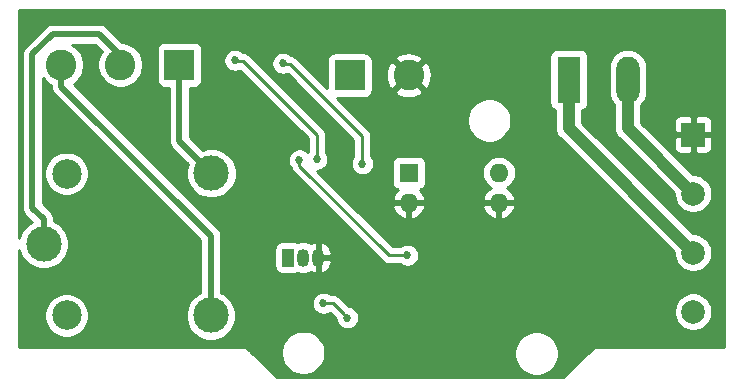
<source format=gbl>
G04 #@! TF.GenerationSoftware,KiCad,Pcbnew,(5.1.2)-1*
G04 #@! TF.CreationDate,2019-07-04T14:52:25+03:00*
G04 #@! TF.ProjectId,Elevator_FirePanel Board,456c6576-6174-46f7-925f-466972655061,rev?*
G04 #@! TF.SameCoordinates,Original*
G04 #@! TF.FileFunction,Copper,L2,Bot*
G04 #@! TF.FilePolarity,Positive*
%FSLAX46Y46*%
G04 Gerber Fmt 4.6, Leading zero omitted, Abs format (unit mm)*
G04 Created by KiCad (PCBNEW (5.1.2)-1) date 2019-07-04 14:52:25*
%MOMM*%
%LPD*%
G04 APERTURE LIST*
%ADD10R,2.600000X2.600000*%
%ADD11C,2.600000*%
%ADD12C,2.500000*%
%ADD13C,3.000000*%
%ADD14O,1.050000X1.500000*%
%ADD15R,1.050000X1.500000*%
%ADD16R,1.600000X1.600000*%
%ADD17O,1.600000X1.600000*%
%ADD18R,1.980000X3.960000*%
%ADD19O,1.980000X3.960000*%
%ADD20C,2.000000*%
%ADD21R,2.000000X2.000000*%
%ADD22C,0.685400*%
%ADD23C,0.254000*%
%ADD24C,0.508000*%
%ADD25C,1.000000*%
G04 APERTURE END LIST*
D10*
X105537000Y-71056500D03*
D11*
X100537000Y-71056500D03*
X95537000Y-71056500D03*
D10*
X119951500Y-71945500D03*
D11*
X124951500Y-71945500D03*
D12*
X95993500Y-92283000D03*
D13*
X108193500Y-92283000D03*
X108243500Y-80233000D03*
D12*
X95993500Y-80283000D03*
D13*
X94043500Y-86233000D03*
D14*
X116014500Y-87376000D03*
X117284500Y-87376000D03*
D15*
X114744500Y-87376000D03*
D16*
X124968000Y-80200500D03*
D17*
X132588000Y-82740500D03*
X124968000Y-82740500D03*
X132588000Y-80200500D03*
D18*
X138493500Y-72326500D03*
D19*
X143493500Y-72326500D03*
D20*
X149034500Y-91962000D03*
X149034500Y-86962000D03*
X149034500Y-81962000D03*
D21*
X149034500Y-76962000D03*
D22*
X120904000Y-87630000D03*
X128460500Y-87122000D03*
X108839000Y-70104000D03*
X117729000Y-91249500D03*
X119761000Y-92456010D03*
X115697000Y-79121000D03*
X124841000Y-87185500D03*
X121031000Y-79438500D03*
X114300000Y-70929500D03*
X117157500Y-79057500D03*
X110236000Y-70675500D03*
D23*
X117729000Y-91249500D02*
X118554490Y-91249500D01*
X119418301Y-92113311D02*
X119761000Y-92456010D01*
X118554490Y-91249500D02*
X119418301Y-92113311D01*
D24*
X105537000Y-77526500D02*
X108243500Y-80233000D01*
X105537000Y-71056500D02*
X105537000Y-77526500D01*
X100537000Y-70247500D02*
X100537000Y-71056500D01*
X94043500Y-84111680D02*
X93091000Y-83159180D01*
X94043500Y-86233000D02*
X94043500Y-84111680D01*
X93091000Y-70167500D02*
X94805500Y-68453000D01*
X93091000Y-83159180D02*
X93091000Y-70167500D01*
X94805500Y-68453000D02*
X98742500Y-68453000D01*
X98742500Y-68453000D02*
X100537000Y-70247500D01*
X108193500Y-90161680D02*
X108193500Y-92283000D01*
X108193500Y-85551477D02*
X108193500Y-90161680D01*
X95537000Y-72894977D02*
X108193500Y-85551477D01*
X95537000Y-71056500D02*
X95537000Y-72894977D01*
D23*
X124356350Y-87185500D02*
X124841000Y-87185500D01*
X123276850Y-87185500D02*
X124356350Y-87185500D01*
X115697000Y-79121000D02*
X115697000Y-79605650D01*
X115697000Y-79605650D02*
X123276850Y-87185500D01*
X114363500Y-70993000D02*
X114300000Y-70929500D01*
X114935000Y-70993000D02*
X114363500Y-70993000D01*
X121031000Y-79438500D02*
X121031000Y-77089000D01*
X121031000Y-77089000D02*
X114935000Y-70993000D01*
X110299500Y-70739000D02*
X110236000Y-70675500D01*
X110934500Y-70739000D02*
X110299500Y-70739000D01*
X117157500Y-79057500D02*
X117157500Y-76962000D01*
X117157500Y-76962000D02*
X110934500Y-70739000D01*
D25*
X138493500Y-76421000D02*
X149034500Y-86962000D01*
X138493500Y-72326500D02*
X138493500Y-76421000D01*
X143493500Y-76421000D02*
X149034500Y-81962000D01*
X143493500Y-72326500D02*
X143493500Y-76421000D01*
D23*
G36*
X151613001Y-94971000D02*
G01*
X140875408Y-94971000D01*
X140842999Y-94967808D01*
X140810590Y-94971000D01*
X140810581Y-94971000D01*
X140713617Y-94980550D01*
X140589207Y-95018290D01*
X140474550Y-95079575D01*
X140374052Y-95162052D01*
X140353388Y-95187231D01*
X138029620Y-97511000D01*
X113811381Y-97511000D01*
X111555225Y-95254844D01*
X114129500Y-95254844D01*
X114129500Y-95626156D01*
X114201939Y-95990334D01*
X114344034Y-96333382D01*
X114550325Y-96642118D01*
X114812882Y-96904675D01*
X115121618Y-97110966D01*
X115464666Y-97253061D01*
X115828844Y-97325500D01*
X116200156Y-97325500D01*
X116564334Y-97253061D01*
X116907382Y-97110966D01*
X117216118Y-96904675D01*
X117478675Y-96642118D01*
X117684966Y-96333382D01*
X117827061Y-95990334D01*
X117899500Y-95626156D01*
X117899500Y-95318344D01*
X133878000Y-95318344D01*
X133878000Y-95689656D01*
X133950439Y-96053834D01*
X134092534Y-96396882D01*
X134298825Y-96705618D01*
X134561382Y-96968175D01*
X134870118Y-97174466D01*
X135213166Y-97316561D01*
X135577344Y-97389000D01*
X135948656Y-97389000D01*
X136312834Y-97316561D01*
X136655882Y-97174466D01*
X136964618Y-96968175D01*
X137227175Y-96705618D01*
X137433466Y-96396882D01*
X137575561Y-96053834D01*
X137648000Y-95689656D01*
X137648000Y-95318344D01*
X137575561Y-94954166D01*
X137433466Y-94611118D01*
X137227175Y-94302382D01*
X136964618Y-94039825D01*
X136655882Y-93833534D01*
X136312834Y-93691439D01*
X135948656Y-93619000D01*
X135577344Y-93619000D01*
X135213166Y-93691439D01*
X134870118Y-93833534D01*
X134561382Y-94039825D01*
X134298825Y-94302382D01*
X134092534Y-94611118D01*
X133950439Y-94954166D01*
X133878000Y-95318344D01*
X117899500Y-95318344D01*
X117899500Y-95254844D01*
X117827061Y-94890666D01*
X117684966Y-94547618D01*
X117478675Y-94238882D01*
X117216118Y-93976325D01*
X116907382Y-93770034D01*
X116564334Y-93627939D01*
X116200156Y-93555500D01*
X115828844Y-93555500D01*
X115464666Y-93627939D01*
X115121618Y-93770034D01*
X114812882Y-93976325D01*
X114550325Y-94238882D01*
X114344034Y-94547618D01*
X114201939Y-94890666D01*
X114129500Y-95254844D01*
X111555225Y-95254844D01*
X111487616Y-95187236D01*
X111466948Y-95162052D01*
X111366450Y-95079575D01*
X111251793Y-95018290D01*
X111127383Y-94980550D01*
X111030419Y-94971000D01*
X111030409Y-94971000D01*
X110998000Y-94967808D01*
X110965591Y-94971000D01*
X91973000Y-94971000D01*
X91973000Y-92097344D01*
X94108500Y-92097344D01*
X94108500Y-92468656D01*
X94180939Y-92832834D01*
X94323034Y-93175882D01*
X94529325Y-93484618D01*
X94791882Y-93747175D01*
X95100618Y-93953466D01*
X95443666Y-94095561D01*
X95807844Y-94168000D01*
X96179156Y-94168000D01*
X96543334Y-94095561D01*
X96886382Y-93953466D01*
X97195118Y-93747175D01*
X97457675Y-93484618D01*
X97663966Y-93175882D01*
X97806061Y-92832834D01*
X97878500Y-92468656D01*
X97878500Y-92097344D01*
X97806061Y-91733166D01*
X97663966Y-91390118D01*
X97457675Y-91081382D01*
X97195118Y-90818825D01*
X96886382Y-90612534D01*
X96543334Y-90470439D01*
X96179156Y-90398000D01*
X95807844Y-90398000D01*
X95443666Y-90470439D01*
X95100618Y-90612534D01*
X94791882Y-90818825D01*
X94529325Y-91081382D01*
X94323034Y-91390118D01*
X94180939Y-91733166D01*
X94108500Y-92097344D01*
X91973000Y-92097344D01*
X91973000Y-86767542D01*
X91990547Y-86855756D01*
X92151488Y-87244302D01*
X92385137Y-87593983D01*
X92682517Y-87891363D01*
X93032198Y-88125012D01*
X93420744Y-88285953D01*
X93833221Y-88368000D01*
X94253779Y-88368000D01*
X94666256Y-88285953D01*
X95054802Y-88125012D01*
X95404483Y-87891363D01*
X95701863Y-87593983D01*
X95935512Y-87244302D01*
X96096453Y-86855756D01*
X96178500Y-86443279D01*
X96178500Y-86022721D01*
X96096453Y-85610244D01*
X95935512Y-85221698D01*
X95701863Y-84872017D01*
X95404483Y-84574637D01*
X95054802Y-84340988D01*
X94932500Y-84290329D01*
X94932500Y-84155339D01*
X94936800Y-84111679D01*
X94932500Y-84068019D01*
X94932500Y-84068013D01*
X94919636Y-83937406D01*
X94919636Y-83937404D01*
X94868802Y-83769827D01*
X94861903Y-83756920D01*
X94786253Y-83615389D01*
X94675159Y-83480021D01*
X94641236Y-83452181D01*
X93980000Y-82790945D01*
X93980000Y-80097344D01*
X94108500Y-80097344D01*
X94108500Y-80468656D01*
X94180939Y-80832834D01*
X94323034Y-81175882D01*
X94529325Y-81484618D01*
X94791882Y-81747175D01*
X95100618Y-81953466D01*
X95443666Y-82095561D01*
X95807844Y-82168000D01*
X96179156Y-82168000D01*
X96543334Y-82095561D01*
X96886382Y-81953466D01*
X97195118Y-81747175D01*
X97457675Y-81484618D01*
X97663966Y-81175882D01*
X97806061Y-80832834D01*
X97878500Y-80468656D01*
X97878500Y-80097344D01*
X97806061Y-79733166D01*
X97663966Y-79390118D01*
X97457675Y-79081382D01*
X97195118Y-78818825D01*
X96886382Y-78612534D01*
X96543334Y-78470439D01*
X96179156Y-78398000D01*
X95807844Y-78398000D01*
X95443666Y-78470439D01*
X95100618Y-78612534D01*
X94791882Y-78818825D01*
X94529325Y-79081382D01*
X94323034Y-79390118D01*
X94180939Y-79733166D01*
X94108500Y-80097344D01*
X93980000Y-80097344D01*
X93980000Y-72209194D01*
X94033987Y-72289991D01*
X94303509Y-72559513D01*
X94620434Y-72771275D01*
X94648001Y-72782694D01*
X94648001Y-72851307D01*
X94643700Y-72894977D01*
X94660864Y-73069251D01*
X94711698Y-73236829D01*
X94716333Y-73245500D01*
X94794248Y-73391268D01*
X94905342Y-73526636D01*
X94939259Y-73554471D01*
X107304500Y-85919713D01*
X107304501Y-90118004D01*
X107304500Y-90118014D01*
X107304500Y-90340329D01*
X107182198Y-90390988D01*
X106832517Y-90624637D01*
X106535137Y-90922017D01*
X106301488Y-91271698D01*
X106140547Y-91660244D01*
X106058500Y-92072721D01*
X106058500Y-92493279D01*
X106140547Y-92905756D01*
X106301488Y-93294302D01*
X106535137Y-93643983D01*
X106832517Y-93941363D01*
X107182198Y-94175012D01*
X107570744Y-94335953D01*
X107983221Y-94418000D01*
X108403779Y-94418000D01*
X108816256Y-94335953D01*
X109204802Y-94175012D01*
X109554483Y-93941363D01*
X109851863Y-93643983D01*
X110085512Y-93294302D01*
X110246453Y-92905756D01*
X110328500Y-92493279D01*
X110328500Y-92072721D01*
X110246453Y-91660244D01*
X110085512Y-91271698D01*
X110006338Y-91153205D01*
X116751300Y-91153205D01*
X116751300Y-91345795D01*
X116788872Y-91534685D01*
X116862573Y-91712615D01*
X116969571Y-91872748D01*
X117105752Y-92008929D01*
X117265885Y-92115927D01*
X117443815Y-92189628D01*
X117632705Y-92227200D01*
X117825295Y-92227200D01*
X118014185Y-92189628D01*
X118192115Y-92115927D01*
X118282736Y-92055376D01*
X118784203Y-92556844D01*
X118820872Y-92741195D01*
X118894573Y-92919125D01*
X119001571Y-93079258D01*
X119137752Y-93215439D01*
X119297885Y-93322437D01*
X119475815Y-93396138D01*
X119664705Y-93433710D01*
X119857295Y-93433710D01*
X120046185Y-93396138D01*
X120224115Y-93322437D01*
X120384248Y-93215439D01*
X120520429Y-93079258D01*
X120627427Y-92919125D01*
X120701128Y-92741195D01*
X120738700Y-92552305D01*
X120738700Y-92359715D01*
X120701128Y-92170825D01*
X120627427Y-91992895D01*
X120520429Y-91832762D01*
X120488634Y-91800967D01*
X147399500Y-91800967D01*
X147399500Y-92123033D01*
X147462332Y-92438912D01*
X147585582Y-92736463D01*
X147764513Y-93004252D01*
X147992248Y-93231987D01*
X148260037Y-93410918D01*
X148557588Y-93534168D01*
X148873467Y-93597000D01*
X149195533Y-93597000D01*
X149511412Y-93534168D01*
X149808963Y-93410918D01*
X150076752Y-93231987D01*
X150304487Y-93004252D01*
X150483418Y-92736463D01*
X150606668Y-92438912D01*
X150669500Y-92123033D01*
X150669500Y-91800967D01*
X150606668Y-91485088D01*
X150483418Y-91187537D01*
X150304487Y-90919748D01*
X150076752Y-90692013D01*
X149808963Y-90513082D01*
X149511412Y-90389832D01*
X149195533Y-90327000D01*
X148873467Y-90327000D01*
X148557588Y-90389832D01*
X148260037Y-90513082D01*
X147992248Y-90692013D01*
X147764513Y-90919748D01*
X147585582Y-91187537D01*
X147462332Y-91485088D01*
X147399500Y-91800967D01*
X120488634Y-91800967D01*
X120384248Y-91696581D01*
X120224115Y-91589583D01*
X120046185Y-91515882D01*
X119861834Y-91479213D01*
X119119774Y-90737153D01*
X119095912Y-90708078D01*
X118979882Y-90612855D01*
X118847505Y-90542098D01*
X118703868Y-90498526D01*
X118591916Y-90487500D01*
X118591913Y-90487500D01*
X118554490Y-90483814D01*
X118517067Y-90487500D01*
X118348400Y-90487500D01*
X118192115Y-90383073D01*
X118014185Y-90309372D01*
X117825295Y-90271800D01*
X117632705Y-90271800D01*
X117443815Y-90309372D01*
X117265885Y-90383073D01*
X117105752Y-90490071D01*
X116969571Y-90626252D01*
X116862573Y-90786385D01*
X116788872Y-90964315D01*
X116751300Y-91153205D01*
X110006338Y-91153205D01*
X109851863Y-90922017D01*
X109554483Y-90624637D01*
X109204802Y-90390988D01*
X109082500Y-90340329D01*
X109082500Y-86626000D01*
X113581428Y-86626000D01*
X113581428Y-88126000D01*
X113593688Y-88250482D01*
X113629998Y-88370180D01*
X113688963Y-88480494D01*
X113768315Y-88577185D01*
X113865006Y-88656537D01*
X113975320Y-88715502D01*
X114095018Y-88751812D01*
X114219500Y-88764072D01*
X115269500Y-88764072D01*
X115393982Y-88751812D01*
X115513680Y-88715502D01*
X115578402Y-88680907D01*
X115787101Y-88744215D01*
X116014500Y-88766612D01*
X116241900Y-88744215D01*
X116460560Y-88677885D01*
X116649169Y-88577071D01*
X116707618Y-88618275D01*
X116917163Y-88711272D01*
X116978690Y-88719964D01*
X117157500Y-88594163D01*
X117157500Y-87829108D01*
X117157715Y-87828399D01*
X117174500Y-87657978D01*
X117174500Y-87503000D01*
X117411500Y-87503000D01*
X117411500Y-88594163D01*
X117590310Y-88719964D01*
X117651837Y-88711272D01*
X117861382Y-88618275D01*
X118048758Y-88486184D01*
X118206764Y-88320076D01*
X118329328Y-88126334D01*
X118411739Y-87912404D01*
X118450831Y-87686507D01*
X118291098Y-87503000D01*
X117411500Y-87503000D01*
X117174500Y-87503000D01*
X117174500Y-87094021D01*
X117157715Y-86923600D01*
X117157500Y-86922891D01*
X117157500Y-86157837D01*
X117411500Y-86157837D01*
X117411500Y-87249000D01*
X118291098Y-87249000D01*
X118450831Y-87065493D01*
X118411739Y-86839596D01*
X118329328Y-86625666D01*
X118206764Y-86431924D01*
X118048758Y-86265816D01*
X117861382Y-86133725D01*
X117651837Y-86040728D01*
X117590310Y-86032036D01*
X117411500Y-86157837D01*
X117157500Y-86157837D01*
X116978690Y-86032036D01*
X116917163Y-86040728D01*
X116707618Y-86133725D01*
X116649169Y-86174929D01*
X116460559Y-86074115D01*
X116241899Y-86007785D01*
X116014500Y-85985388D01*
X115787100Y-86007785D01*
X115578402Y-86071093D01*
X115513680Y-86036498D01*
X115393982Y-86000188D01*
X115269500Y-85987928D01*
X114219500Y-85987928D01*
X114095018Y-86000188D01*
X113975320Y-86036498D01*
X113865006Y-86095463D01*
X113768315Y-86174815D01*
X113688963Y-86271506D01*
X113629998Y-86381820D01*
X113593688Y-86501518D01*
X113581428Y-86626000D01*
X109082500Y-86626000D01*
X109082500Y-85595137D01*
X109086800Y-85551477D01*
X109082500Y-85507817D01*
X109082500Y-85507810D01*
X109069636Y-85377203D01*
X109018803Y-85209626D01*
X108936253Y-85055186D01*
X108825159Y-84919818D01*
X108791243Y-84891984D01*
X96583628Y-72684370D01*
X96770491Y-72559513D01*
X97040013Y-72289991D01*
X97251775Y-71973066D01*
X97397639Y-71620919D01*
X97472000Y-71247081D01*
X97472000Y-70865919D01*
X97397639Y-70492081D01*
X97251775Y-70139934D01*
X97040013Y-69823009D01*
X96770491Y-69553487D01*
X96453978Y-69342000D01*
X98374265Y-69342000D01*
X98962405Y-69930140D01*
X98822225Y-70139934D01*
X98676361Y-70492081D01*
X98602000Y-70865919D01*
X98602000Y-71247081D01*
X98676361Y-71620919D01*
X98822225Y-71973066D01*
X99033987Y-72289991D01*
X99303509Y-72559513D01*
X99620434Y-72771275D01*
X99972581Y-72917139D01*
X100346419Y-72991500D01*
X100727581Y-72991500D01*
X101101419Y-72917139D01*
X101453566Y-72771275D01*
X101770491Y-72559513D01*
X102040013Y-72289991D01*
X102251775Y-71973066D01*
X102397639Y-71620919D01*
X102472000Y-71247081D01*
X102472000Y-70865919D01*
X102397639Y-70492081D01*
X102251775Y-70139934D01*
X102040013Y-69823009D01*
X101973504Y-69756500D01*
X103598928Y-69756500D01*
X103598928Y-72356500D01*
X103611188Y-72480982D01*
X103647498Y-72600680D01*
X103706463Y-72710994D01*
X103785815Y-72807685D01*
X103882506Y-72887037D01*
X103992820Y-72946002D01*
X104112518Y-72982312D01*
X104237000Y-72994572D01*
X104648000Y-72994572D01*
X104648001Y-77482830D01*
X104643700Y-77526500D01*
X104660864Y-77700774D01*
X104711698Y-77868352D01*
X104794248Y-78022791D01*
X104855971Y-78098000D01*
X104905342Y-78158159D01*
X104939259Y-78185994D01*
X106241206Y-79487942D01*
X106190547Y-79610244D01*
X106108500Y-80022721D01*
X106108500Y-80443279D01*
X106190547Y-80855756D01*
X106351488Y-81244302D01*
X106585137Y-81593983D01*
X106882517Y-81891363D01*
X107232198Y-82125012D01*
X107620744Y-82285953D01*
X108033221Y-82368000D01*
X108453779Y-82368000D01*
X108866256Y-82285953D01*
X109254802Y-82125012D01*
X109604483Y-81891363D01*
X109901863Y-81593983D01*
X110135512Y-81244302D01*
X110296453Y-80855756D01*
X110378500Y-80443279D01*
X110378500Y-80022721D01*
X110296453Y-79610244D01*
X110135512Y-79221698D01*
X109901863Y-78872017D01*
X109604483Y-78574637D01*
X109254802Y-78340988D01*
X108866256Y-78180047D01*
X108453779Y-78098000D01*
X108033221Y-78098000D01*
X107620744Y-78180047D01*
X107498442Y-78230706D01*
X106426000Y-77158265D01*
X106426000Y-72994572D01*
X106837000Y-72994572D01*
X106961482Y-72982312D01*
X107081180Y-72946002D01*
X107191494Y-72887037D01*
X107288185Y-72807685D01*
X107367537Y-72710994D01*
X107426502Y-72600680D01*
X107462812Y-72480982D01*
X107475072Y-72356500D01*
X107475072Y-70579205D01*
X109258300Y-70579205D01*
X109258300Y-70771795D01*
X109295872Y-70960685D01*
X109369573Y-71138615D01*
X109476571Y-71298748D01*
X109612752Y-71434929D01*
X109772885Y-71541927D01*
X109950815Y-71615628D01*
X110139705Y-71653200D01*
X110332295Y-71653200D01*
X110521185Y-71615628D01*
X110671313Y-71553443D01*
X116395501Y-77277632D01*
X116395500Y-78436823D01*
X116320248Y-78361571D01*
X116160115Y-78254573D01*
X115982185Y-78180872D01*
X115793295Y-78143300D01*
X115600705Y-78143300D01*
X115411815Y-78180872D01*
X115233885Y-78254573D01*
X115073752Y-78361571D01*
X114937571Y-78497752D01*
X114830573Y-78657885D01*
X114756872Y-78835815D01*
X114719300Y-79024705D01*
X114719300Y-79217295D01*
X114756872Y-79406185D01*
X114830573Y-79584115D01*
X114937571Y-79744248D01*
X114945772Y-79752449D01*
X114946026Y-79755028D01*
X114989598Y-79898665D01*
X115060355Y-80031042D01*
X115155579Y-80147072D01*
X115184649Y-80170929D01*
X122711566Y-87697846D01*
X122735428Y-87726922D01*
X122786028Y-87768448D01*
X122851457Y-87822145D01*
X122922214Y-87859965D01*
X122983835Y-87892902D01*
X123127472Y-87936474D01*
X123239424Y-87947500D01*
X123239427Y-87947500D01*
X123276850Y-87951186D01*
X123314273Y-87947500D01*
X124221600Y-87947500D01*
X124377885Y-88051927D01*
X124555815Y-88125628D01*
X124744705Y-88163200D01*
X124937295Y-88163200D01*
X125126185Y-88125628D01*
X125304115Y-88051927D01*
X125464248Y-87944929D01*
X125600429Y-87808748D01*
X125707427Y-87648615D01*
X125781128Y-87470685D01*
X125818700Y-87281795D01*
X125818700Y-87089205D01*
X125781128Y-86900315D01*
X125707427Y-86722385D01*
X125600429Y-86562252D01*
X125464248Y-86426071D01*
X125304115Y-86319073D01*
X125126185Y-86245372D01*
X124937295Y-86207800D01*
X124744705Y-86207800D01*
X124555815Y-86245372D01*
X124377885Y-86319073D01*
X124221600Y-86423500D01*
X123592480Y-86423500D01*
X120258519Y-83089539D01*
X123576096Y-83089539D01*
X123616754Y-83223587D01*
X123736963Y-83477920D01*
X123904481Y-83703914D01*
X124112869Y-83892885D01*
X124354119Y-84037570D01*
X124618960Y-84132409D01*
X124841000Y-84011124D01*
X124841000Y-82867500D01*
X125095000Y-82867500D01*
X125095000Y-84011124D01*
X125317040Y-84132409D01*
X125581881Y-84037570D01*
X125823131Y-83892885D01*
X126031519Y-83703914D01*
X126199037Y-83477920D01*
X126319246Y-83223587D01*
X126359904Y-83089539D01*
X131196096Y-83089539D01*
X131236754Y-83223587D01*
X131356963Y-83477920D01*
X131524481Y-83703914D01*
X131732869Y-83892885D01*
X131974119Y-84037570D01*
X132238960Y-84132409D01*
X132461000Y-84011124D01*
X132461000Y-82867500D01*
X132715000Y-82867500D01*
X132715000Y-84011124D01*
X132937040Y-84132409D01*
X133201881Y-84037570D01*
X133443131Y-83892885D01*
X133651519Y-83703914D01*
X133819037Y-83477920D01*
X133939246Y-83223587D01*
X133979904Y-83089539D01*
X133857915Y-82867500D01*
X132715000Y-82867500D01*
X132461000Y-82867500D01*
X131318085Y-82867500D01*
X131196096Y-83089539D01*
X126359904Y-83089539D01*
X126237915Y-82867500D01*
X125095000Y-82867500D01*
X124841000Y-82867500D01*
X123698085Y-82867500D01*
X123576096Y-83089539D01*
X120258519Y-83089539D01*
X117204180Y-80035200D01*
X117253795Y-80035200D01*
X117442685Y-79997628D01*
X117620615Y-79923927D01*
X117780748Y-79816929D01*
X117916929Y-79680748D01*
X118023927Y-79520615D01*
X118097628Y-79342685D01*
X118135200Y-79153795D01*
X118135200Y-78961205D01*
X118097628Y-78772315D01*
X118023927Y-78594385D01*
X117919500Y-78438100D01*
X117919500Y-76999423D01*
X117923186Y-76962000D01*
X117919500Y-76924574D01*
X117908474Y-76812622D01*
X117864902Y-76668985D01*
X117800009Y-76547578D01*
X117794145Y-76536607D01*
X117722779Y-76449648D01*
X117698922Y-76420578D01*
X117669852Y-76396721D01*
X112106336Y-70833205D01*
X113322300Y-70833205D01*
X113322300Y-71025795D01*
X113359872Y-71214685D01*
X113433573Y-71392615D01*
X113540571Y-71552748D01*
X113676752Y-71688929D01*
X113836885Y-71795927D01*
X114014815Y-71869628D01*
X114203705Y-71907200D01*
X114396295Y-71907200D01*
X114585185Y-71869628D01*
X114690412Y-71826042D01*
X120269001Y-77404632D01*
X120269000Y-78819099D01*
X120164573Y-78975385D01*
X120090872Y-79153315D01*
X120053300Y-79342205D01*
X120053300Y-79534795D01*
X120090872Y-79723685D01*
X120164573Y-79901615D01*
X120271571Y-80061748D01*
X120407752Y-80197929D01*
X120567885Y-80304927D01*
X120745815Y-80378628D01*
X120934705Y-80416200D01*
X121127295Y-80416200D01*
X121316185Y-80378628D01*
X121494115Y-80304927D01*
X121654248Y-80197929D01*
X121790429Y-80061748D01*
X121897427Y-79901615D01*
X121971128Y-79723685D01*
X122008700Y-79534795D01*
X122008700Y-79400500D01*
X123529928Y-79400500D01*
X123529928Y-81000500D01*
X123542188Y-81124982D01*
X123578498Y-81244680D01*
X123637463Y-81354994D01*
X123716815Y-81451685D01*
X123813506Y-81531037D01*
X123923820Y-81590002D01*
X124043518Y-81626312D01*
X124068080Y-81628731D01*
X123904481Y-81777086D01*
X123736963Y-82003080D01*
X123616754Y-82257413D01*
X123576096Y-82391461D01*
X123698085Y-82613500D01*
X124841000Y-82613500D01*
X124841000Y-82593500D01*
X125095000Y-82593500D01*
X125095000Y-82613500D01*
X126237915Y-82613500D01*
X126359904Y-82391461D01*
X126319246Y-82257413D01*
X126199037Y-82003080D01*
X126031519Y-81777086D01*
X125867920Y-81628731D01*
X125892482Y-81626312D01*
X126012180Y-81590002D01*
X126122494Y-81531037D01*
X126219185Y-81451685D01*
X126298537Y-81354994D01*
X126357502Y-81244680D01*
X126393812Y-81124982D01*
X126406072Y-81000500D01*
X126406072Y-80200500D01*
X131146057Y-80200500D01*
X131173764Y-80481809D01*
X131255818Y-80752308D01*
X131389068Y-81001601D01*
X131568392Y-81220108D01*
X131786899Y-81399432D01*
X131924682Y-81473079D01*
X131732869Y-81588115D01*
X131524481Y-81777086D01*
X131356963Y-82003080D01*
X131236754Y-82257413D01*
X131196096Y-82391461D01*
X131318085Y-82613500D01*
X132461000Y-82613500D01*
X132461000Y-82593500D01*
X132715000Y-82593500D01*
X132715000Y-82613500D01*
X133857915Y-82613500D01*
X133979904Y-82391461D01*
X133939246Y-82257413D01*
X133819037Y-82003080D01*
X133651519Y-81777086D01*
X133443131Y-81588115D01*
X133251318Y-81473079D01*
X133389101Y-81399432D01*
X133607608Y-81220108D01*
X133786932Y-81001601D01*
X133920182Y-80752308D01*
X134002236Y-80481809D01*
X134029943Y-80200500D01*
X134002236Y-79919191D01*
X133920182Y-79648692D01*
X133786932Y-79399399D01*
X133607608Y-79180892D01*
X133389101Y-79001568D01*
X133139808Y-78868318D01*
X132869309Y-78786264D01*
X132658492Y-78765500D01*
X132517508Y-78765500D01*
X132306691Y-78786264D01*
X132036192Y-78868318D01*
X131786899Y-79001568D01*
X131568392Y-79180892D01*
X131389068Y-79399399D01*
X131255818Y-79648692D01*
X131173764Y-79919191D01*
X131146057Y-80200500D01*
X126406072Y-80200500D01*
X126406072Y-79400500D01*
X126393812Y-79276018D01*
X126357502Y-79156320D01*
X126298537Y-79046006D01*
X126219185Y-78949315D01*
X126122494Y-78869963D01*
X126012180Y-78810998D01*
X125892482Y-78774688D01*
X125768000Y-78762428D01*
X124168000Y-78762428D01*
X124043518Y-78774688D01*
X123923820Y-78810998D01*
X123813506Y-78869963D01*
X123716815Y-78949315D01*
X123637463Y-79046006D01*
X123578498Y-79156320D01*
X123542188Y-79276018D01*
X123529928Y-79400500D01*
X122008700Y-79400500D01*
X122008700Y-79342205D01*
X121971128Y-79153315D01*
X121897427Y-78975385D01*
X121793000Y-78819100D01*
X121793000Y-77126423D01*
X121796686Y-77089000D01*
X121793000Y-77051574D01*
X121781974Y-76939622D01*
X121738402Y-76795985D01*
X121705465Y-76734364D01*
X121667645Y-76663607D01*
X121596279Y-76576648D01*
X121572422Y-76547578D01*
X121543352Y-76523721D01*
X120589475Y-75569844D01*
X129877500Y-75569844D01*
X129877500Y-75941156D01*
X129949939Y-76305334D01*
X130092034Y-76648382D01*
X130298325Y-76957118D01*
X130560882Y-77219675D01*
X130869618Y-77425966D01*
X131212666Y-77568061D01*
X131576844Y-77640500D01*
X131948156Y-77640500D01*
X132312334Y-77568061D01*
X132655382Y-77425966D01*
X132964118Y-77219675D01*
X133226675Y-76957118D01*
X133432966Y-76648382D01*
X133575061Y-76305334D01*
X133647500Y-75941156D01*
X133647500Y-75569844D01*
X133575061Y-75205666D01*
X133432966Y-74862618D01*
X133226675Y-74553882D01*
X132964118Y-74291325D01*
X132655382Y-74085034D01*
X132312334Y-73942939D01*
X131948156Y-73870500D01*
X131576844Y-73870500D01*
X131212666Y-73942939D01*
X130869618Y-74085034D01*
X130560882Y-74291325D01*
X130298325Y-74553882D01*
X130092034Y-74862618D01*
X129949939Y-75205666D01*
X129877500Y-75569844D01*
X120589475Y-75569844D01*
X118903203Y-73883572D01*
X121251500Y-73883572D01*
X121375982Y-73871312D01*
X121495680Y-73835002D01*
X121605994Y-73776037D01*
X121702685Y-73696685D01*
X121782037Y-73599994D01*
X121841002Y-73489680D01*
X121877312Y-73369982D01*
X121884724Y-73294724D01*
X123781881Y-73294724D01*
X123913817Y-73589812D01*
X124254545Y-73760659D01*
X124622057Y-73861750D01*
X125002229Y-73889201D01*
X125380451Y-73841957D01*
X125742190Y-73721833D01*
X125989183Y-73589812D01*
X126121119Y-73294724D01*
X124951500Y-72125105D01*
X123781881Y-73294724D01*
X121884724Y-73294724D01*
X121889572Y-73245500D01*
X121889572Y-71996229D01*
X123007799Y-71996229D01*
X123055043Y-72374451D01*
X123175167Y-72736190D01*
X123307188Y-72983183D01*
X123602276Y-73115119D01*
X124771895Y-71945500D01*
X125131105Y-71945500D01*
X126300724Y-73115119D01*
X126595812Y-72983183D01*
X126766659Y-72642455D01*
X126867750Y-72274943D01*
X126895201Y-71894771D01*
X126847957Y-71516549D01*
X126727833Y-71154810D01*
X126595812Y-70907817D01*
X126300724Y-70775881D01*
X125131105Y-71945500D01*
X124771895Y-71945500D01*
X123602276Y-70775881D01*
X123307188Y-70907817D01*
X123136341Y-71248545D01*
X123035250Y-71616057D01*
X123007799Y-71996229D01*
X121889572Y-71996229D01*
X121889572Y-70645500D01*
X121884725Y-70596276D01*
X123781881Y-70596276D01*
X124951500Y-71765895D01*
X126121119Y-70596276D01*
X126009443Y-70346500D01*
X136865428Y-70346500D01*
X136865428Y-74306500D01*
X136877688Y-74430982D01*
X136913998Y-74550680D01*
X136972963Y-74660994D01*
X137052315Y-74757685D01*
X137149006Y-74837037D01*
X137259320Y-74896002D01*
X137358501Y-74926088D01*
X137358501Y-76365239D01*
X137353009Y-76421000D01*
X137374923Y-76643498D01*
X137439824Y-76857446D01*
X137459812Y-76894841D01*
X137545217Y-77054623D01*
X137687052Y-77227449D01*
X137730360Y-77262991D01*
X147399500Y-86932132D01*
X147399500Y-87123033D01*
X147462332Y-87438912D01*
X147585582Y-87736463D01*
X147764513Y-88004252D01*
X147992248Y-88231987D01*
X148260037Y-88410918D01*
X148557588Y-88534168D01*
X148873467Y-88597000D01*
X149195533Y-88597000D01*
X149511412Y-88534168D01*
X149808963Y-88410918D01*
X150076752Y-88231987D01*
X150304487Y-88004252D01*
X150483418Y-87736463D01*
X150606668Y-87438912D01*
X150669500Y-87123033D01*
X150669500Y-86800967D01*
X150606668Y-86485088D01*
X150483418Y-86187537D01*
X150304487Y-85919748D01*
X150076752Y-85692013D01*
X149808963Y-85513082D01*
X149511412Y-85389832D01*
X149195533Y-85327000D01*
X149004632Y-85327000D01*
X139628500Y-75950869D01*
X139628500Y-74926088D01*
X139727680Y-74896002D01*
X139837994Y-74837037D01*
X139934685Y-74757685D01*
X140014037Y-74660994D01*
X140073002Y-74550680D01*
X140109312Y-74430982D01*
X140121572Y-74306500D01*
X140121572Y-71256677D01*
X141868500Y-71256677D01*
X141868501Y-73396324D01*
X141892014Y-73635056D01*
X141984933Y-73941369D01*
X142135826Y-74223670D01*
X142338893Y-74471108D01*
X142358501Y-74487199D01*
X142358501Y-76365239D01*
X142353009Y-76421000D01*
X142374923Y-76643498D01*
X142439824Y-76857446D01*
X142459812Y-76894841D01*
X142545217Y-77054623D01*
X142687052Y-77227449D01*
X142730360Y-77262991D01*
X147399500Y-81932132D01*
X147399500Y-82123033D01*
X147462332Y-82438912D01*
X147585582Y-82736463D01*
X147764513Y-83004252D01*
X147992248Y-83231987D01*
X148260037Y-83410918D01*
X148557588Y-83534168D01*
X148873467Y-83597000D01*
X149195533Y-83597000D01*
X149511412Y-83534168D01*
X149808963Y-83410918D01*
X150076752Y-83231987D01*
X150304487Y-83004252D01*
X150483418Y-82736463D01*
X150606668Y-82438912D01*
X150669500Y-82123033D01*
X150669500Y-81800967D01*
X150606668Y-81485088D01*
X150483418Y-81187537D01*
X150304487Y-80919748D01*
X150076752Y-80692013D01*
X149808963Y-80513082D01*
X149511412Y-80389832D01*
X149195533Y-80327000D01*
X149004632Y-80327000D01*
X146639632Y-77962000D01*
X147396428Y-77962000D01*
X147408688Y-78086482D01*
X147444998Y-78206180D01*
X147503963Y-78316494D01*
X147583315Y-78413185D01*
X147680006Y-78492537D01*
X147790320Y-78551502D01*
X147910018Y-78587812D01*
X148034500Y-78600072D01*
X148748750Y-78597000D01*
X148907500Y-78438250D01*
X148907500Y-77089000D01*
X149161500Y-77089000D01*
X149161500Y-78438250D01*
X149320250Y-78597000D01*
X150034500Y-78600072D01*
X150158982Y-78587812D01*
X150278680Y-78551502D01*
X150388994Y-78492537D01*
X150485685Y-78413185D01*
X150565037Y-78316494D01*
X150624002Y-78206180D01*
X150660312Y-78086482D01*
X150672572Y-77962000D01*
X150669500Y-77247750D01*
X150510750Y-77089000D01*
X149161500Y-77089000D01*
X148907500Y-77089000D01*
X147558250Y-77089000D01*
X147399500Y-77247750D01*
X147396428Y-77962000D01*
X146639632Y-77962000D01*
X144639632Y-75962000D01*
X147396428Y-75962000D01*
X147399500Y-76676250D01*
X147558250Y-76835000D01*
X148907500Y-76835000D01*
X148907500Y-75485750D01*
X149161500Y-75485750D01*
X149161500Y-76835000D01*
X150510750Y-76835000D01*
X150669500Y-76676250D01*
X150672572Y-75962000D01*
X150660312Y-75837518D01*
X150624002Y-75717820D01*
X150565037Y-75607506D01*
X150485685Y-75510815D01*
X150388994Y-75431463D01*
X150278680Y-75372498D01*
X150158982Y-75336188D01*
X150034500Y-75323928D01*
X149320250Y-75327000D01*
X149161500Y-75485750D01*
X148907500Y-75485750D01*
X148748750Y-75327000D01*
X148034500Y-75323928D01*
X147910018Y-75336188D01*
X147790320Y-75372498D01*
X147680006Y-75431463D01*
X147583315Y-75510815D01*
X147503963Y-75607506D01*
X147444998Y-75717820D01*
X147408688Y-75837518D01*
X147396428Y-75962000D01*
X144639632Y-75962000D01*
X144628500Y-75950869D01*
X144628500Y-74487200D01*
X144648108Y-74471108D01*
X144851175Y-74223670D01*
X145002068Y-73941369D01*
X145094987Y-73635056D01*
X145118500Y-73396324D01*
X145118500Y-71256676D01*
X145094987Y-71017944D01*
X145002068Y-70711631D01*
X144851175Y-70429330D01*
X144648108Y-70181892D01*
X144400669Y-69978825D01*
X144118368Y-69827932D01*
X143812055Y-69735013D01*
X143493500Y-69703638D01*
X143174944Y-69735013D01*
X142868631Y-69827932D01*
X142586330Y-69978825D01*
X142338892Y-70181892D01*
X142135825Y-70429331D01*
X141984932Y-70711632D01*
X141892013Y-71017945D01*
X141868500Y-71256677D01*
X140121572Y-71256677D01*
X140121572Y-70346500D01*
X140109312Y-70222018D01*
X140073002Y-70102320D01*
X140014037Y-69992006D01*
X139934685Y-69895315D01*
X139837994Y-69815963D01*
X139727680Y-69756998D01*
X139607982Y-69720688D01*
X139483500Y-69708428D01*
X137503500Y-69708428D01*
X137379018Y-69720688D01*
X137259320Y-69756998D01*
X137149006Y-69815963D01*
X137052315Y-69895315D01*
X136972963Y-69992006D01*
X136913998Y-70102320D01*
X136877688Y-70222018D01*
X136865428Y-70346500D01*
X126009443Y-70346500D01*
X125989183Y-70301188D01*
X125648455Y-70130341D01*
X125280943Y-70029250D01*
X124900771Y-70001799D01*
X124522549Y-70049043D01*
X124160810Y-70169167D01*
X123913817Y-70301188D01*
X123781881Y-70596276D01*
X121884725Y-70596276D01*
X121877312Y-70521018D01*
X121841002Y-70401320D01*
X121782037Y-70291006D01*
X121702685Y-70194315D01*
X121605994Y-70114963D01*
X121495680Y-70055998D01*
X121375982Y-70019688D01*
X121251500Y-70007428D01*
X118651500Y-70007428D01*
X118527018Y-70019688D01*
X118407320Y-70055998D01*
X118297006Y-70114963D01*
X118200315Y-70194315D01*
X118120963Y-70291006D01*
X118061998Y-70401320D01*
X118025688Y-70521018D01*
X118013428Y-70645500D01*
X118013428Y-72993798D01*
X115500284Y-70480654D01*
X115476422Y-70451578D01*
X115360392Y-70356355D01*
X115228015Y-70285598D01*
X115084378Y-70242026D01*
X114985461Y-70232284D01*
X114923248Y-70170071D01*
X114763115Y-70063073D01*
X114585185Y-69989372D01*
X114396295Y-69951800D01*
X114203705Y-69951800D01*
X114014815Y-69989372D01*
X113836885Y-70063073D01*
X113676752Y-70170071D01*
X113540571Y-70306252D01*
X113433573Y-70466385D01*
X113359872Y-70644315D01*
X113322300Y-70833205D01*
X112106336Y-70833205D01*
X111499784Y-70226654D01*
X111475922Y-70197578D01*
X111359892Y-70102355D01*
X111227515Y-70031598D01*
X111083878Y-69988026D01*
X110971926Y-69977000D01*
X110971923Y-69977000D01*
X110934500Y-69973314D01*
X110918106Y-69974929D01*
X110859248Y-69916071D01*
X110699115Y-69809073D01*
X110521185Y-69735372D01*
X110332295Y-69697800D01*
X110139705Y-69697800D01*
X109950815Y-69735372D01*
X109772885Y-69809073D01*
X109612752Y-69916071D01*
X109476571Y-70052252D01*
X109369573Y-70212385D01*
X109295872Y-70390315D01*
X109258300Y-70579205D01*
X107475072Y-70579205D01*
X107475072Y-69756500D01*
X107462812Y-69632018D01*
X107426502Y-69512320D01*
X107367537Y-69402006D01*
X107288185Y-69305315D01*
X107191494Y-69225963D01*
X107081180Y-69166998D01*
X106961482Y-69130688D01*
X106837000Y-69118428D01*
X104237000Y-69118428D01*
X104112518Y-69130688D01*
X103992820Y-69166998D01*
X103882506Y-69225963D01*
X103785815Y-69305315D01*
X103706463Y-69402006D01*
X103647498Y-69512320D01*
X103611188Y-69632018D01*
X103598928Y-69756500D01*
X101973504Y-69756500D01*
X101770491Y-69553487D01*
X101453566Y-69341725D01*
X101101419Y-69195861D01*
X100727581Y-69121500D01*
X100668235Y-69121500D01*
X99401999Y-67855264D01*
X99374159Y-67821341D01*
X99238791Y-67710247D01*
X99084351Y-67627697D01*
X98916774Y-67576864D01*
X98786167Y-67564000D01*
X98786160Y-67564000D01*
X98742500Y-67559700D01*
X98698840Y-67564000D01*
X94849159Y-67564000D01*
X94805499Y-67559700D01*
X94761839Y-67564000D01*
X94761833Y-67564000D01*
X94664424Y-67573594D01*
X94631224Y-67576864D01*
X94529558Y-67607704D01*
X94463649Y-67627697D01*
X94309209Y-67710247D01*
X94173841Y-67821341D01*
X94146006Y-67855258D01*
X92493259Y-69508006D01*
X92459342Y-69535841D01*
X92431507Y-69569758D01*
X92431505Y-69569760D01*
X92348248Y-69671209D01*
X92265698Y-69825648D01*
X92214864Y-69993226D01*
X92197700Y-70167500D01*
X92202001Y-70211170D01*
X92202000Y-83115520D01*
X92197700Y-83159180D01*
X92202000Y-83202840D01*
X92202000Y-83202846D01*
X92214864Y-83333453D01*
X92265697Y-83501030D01*
X92348247Y-83655470D01*
X92459341Y-83790839D01*
X92493264Y-83818679D01*
X93022232Y-84347647D01*
X92682517Y-84574637D01*
X92385137Y-84872017D01*
X92151488Y-85221698D01*
X91990547Y-85610244D01*
X91973000Y-85698458D01*
X91973000Y-66446000D01*
X151613000Y-66446000D01*
X151613001Y-94971000D01*
X151613001Y-94971000D01*
G37*
X151613001Y-94971000D02*
X140875408Y-94971000D01*
X140842999Y-94967808D01*
X140810590Y-94971000D01*
X140810581Y-94971000D01*
X140713617Y-94980550D01*
X140589207Y-95018290D01*
X140474550Y-95079575D01*
X140374052Y-95162052D01*
X140353388Y-95187231D01*
X138029620Y-97511000D01*
X113811381Y-97511000D01*
X111555225Y-95254844D01*
X114129500Y-95254844D01*
X114129500Y-95626156D01*
X114201939Y-95990334D01*
X114344034Y-96333382D01*
X114550325Y-96642118D01*
X114812882Y-96904675D01*
X115121618Y-97110966D01*
X115464666Y-97253061D01*
X115828844Y-97325500D01*
X116200156Y-97325500D01*
X116564334Y-97253061D01*
X116907382Y-97110966D01*
X117216118Y-96904675D01*
X117478675Y-96642118D01*
X117684966Y-96333382D01*
X117827061Y-95990334D01*
X117899500Y-95626156D01*
X117899500Y-95318344D01*
X133878000Y-95318344D01*
X133878000Y-95689656D01*
X133950439Y-96053834D01*
X134092534Y-96396882D01*
X134298825Y-96705618D01*
X134561382Y-96968175D01*
X134870118Y-97174466D01*
X135213166Y-97316561D01*
X135577344Y-97389000D01*
X135948656Y-97389000D01*
X136312834Y-97316561D01*
X136655882Y-97174466D01*
X136964618Y-96968175D01*
X137227175Y-96705618D01*
X137433466Y-96396882D01*
X137575561Y-96053834D01*
X137648000Y-95689656D01*
X137648000Y-95318344D01*
X137575561Y-94954166D01*
X137433466Y-94611118D01*
X137227175Y-94302382D01*
X136964618Y-94039825D01*
X136655882Y-93833534D01*
X136312834Y-93691439D01*
X135948656Y-93619000D01*
X135577344Y-93619000D01*
X135213166Y-93691439D01*
X134870118Y-93833534D01*
X134561382Y-94039825D01*
X134298825Y-94302382D01*
X134092534Y-94611118D01*
X133950439Y-94954166D01*
X133878000Y-95318344D01*
X117899500Y-95318344D01*
X117899500Y-95254844D01*
X117827061Y-94890666D01*
X117684966Y-94547618D01*
X117478675Y-94238882D01*
X117216118Y-93976325D01*
X116907382Y-93770034D01*
X116564334Y-93627939D01*
X116200156Y-93555500D01*
X115828844Y-93555500D01*
X115464666Y-93627939D01*
X115121618Y-93770034D01*
X114812882Y-93976325D01*
X114550325Y-94238882D01*
X114344034Y-94547618D01*
X114201939Y-94890666D01*
X114129500Y-95254844D01*
X111555225Y-95254844D01*
X111487616Y-95187236D01*
X111466948Y-95162052D01*
X111366450Y-95079575D01*
X111251793Y-95018290D01*
X111127383Y-94980550D01*
X111030419Y-94971000D01*
X111030409Y-94971000D01*
X110998000Y-94967808D01*
X110965591Y-94971000D01*
X91973000Y-94971000D01*
X91973000Y-92097344D01*
X94108500Y-92097344D01*
X94108500Y-92468656D01*
X94180939Y-92832834D01*
X94323034Y-93175882D01*
X94529325Y-93484618D01*
X94791882Y-93747175D01*
X95100618Y-93953466D01*
X95443666Y-94095561D01*
X95807844Y-94168000D01*
X96179156Y-94168000D01*
X96543334Y-94095561D01*
X96886382Y-93953466D01*
X97195118Y-93747175D01*
X97457675Y-93484618D01*
X97663966Y-93175882D01*
X97806061Y-92832834D01*
X97878500Y-92468656D01*
X97878500Y-92097344D01*
X97806061Y-91733166D01*
X97663966Y-91390118D01*
X97457675Y-91081382D01*
X97195118Y-90818825D01*
X96886382Y-90612534D01*
X96543334Y-90470439D01*
X96179156Y-90398000D01*
X95807844Y-90398000D01*
X95443666Y-90470439D01*
X95100618Y-90612534D01*
X94791882Y-90818825D01*
X94529325Y-91081382D01*
X94323034Y-91390118D01*
X94180939Y-91733166D01*
X94108500Y-92097344D01*
X91973000Y-92097344D01*
X91973000Y-86767542D01*
X91990547Y-86855756D01*
X92151488Y-87244302D01*
X92385137Y-87593983D01*
X92682517Y-87891363D01*
X93032198Y-88125012D01*
X93420744Y-88285953D01*
X93833221Y-88368000D01*
X94253779Y-88368000D01*
X94666256Y-88285953D01*
X95054802Y-88125012D01*
X95404483Y-87891363D01*
X95701863Y-87593983D01*
X95935512Y-87244302D01*
X96096453Y-86855756D01*
X96178500Y-86443279D01*
X96178500Y-86022721D01*
X96096453Y-85610244D01*
X95935512Y-85221698D01*
X95701863Y-84872017D01*
X95404483Y-84574637D01*
X95054802Y-84340988D01*
X94932500Y-84290329D01*
X94932500Y-84155339D01*
X94936800Y-84111679D01*
X94932500Y-84068019D01*
X94932500Y-84068013D01*
X94919636Y-83937406D01*
X94919636Y-83937404D01*
X94868802Y-83769827D01*
X94861903Y-83756920D01*
X94786253Y-83615389D01*
X94675159Y-83480021D01*
X94641236Y-83452181D01*
X93980000Y-82790945D01*
X93980000Y-80097344D01*
X94108500Y-80097344D01*
X94108500Y-80468656D01*
X94180939Y-80832834D01*
X94323034Y-81175882D01*
X94529325Y-81484618D01*
X94791882Y-81747175D01*
X95100618Y-81953466D01*
X95443666Y-82095561D01*
X95807844Y-82168000D01*
X96179156Y-82168000D01*
X96543334Y-82095561D01*
X96886382Y-81953466D01*
X97195118Y-81747175D01*
X97457675Y-81484618D01*
X97663966Y-81175882D01*
X97806061Y-80832834D01*
X97878500Y-80468656D01*
X97878500Y-80097344D01*
X97806061Y-79733166D01*
X97663966Y-79390118D01*
X97457675Y-79081382D01*
X97195118Y-78818825D01*
X96886382Y-78612534D01*
X96543334Y-78470439D01*
X96179156Y-78398000D01*
X95807844Y-78398000D01*
X95443666Y-78470439D01*
X95100618Y-78612534D01*
X94791882Y-78818825D01*
X94529325Y-79081382D01*
X94323034Y-79390118D01*
X94180939Y-79733166D01*
X94108500Y-80097344D01*
X93980000Y-80097344D01*
X93980000Y-72209194D01*
X94033987Y-72289991D01*
X94303509Y-72559513D01*
X94620434Y-72771275D01*
X94648001Y-72782694D01*
X94648001Y-72851307D01*
X94643700Y-72894977D01*
X94660864Y-73069251D01*
X94711698Y-73236829D01*
X94716333Y-73245500D01*
X94794248Y-73391268D01*
X94905342Y-73526636D01*
X94939259Y-73554471D01*
X107304500Y-85919713D01*
X107304501Y-90118004D01*
X107304500Y-90118014D01*
X107304500Y-90340329D01*
X107182198Y-90390988D01*
X106832517Y-90624637D01*
X106535137Y-90922017D01*
X106301488Y-91271698D01*
X106140547Y-91660244D01*
X106058500Y-92072721D01*
X106058500Y-92493279D01*
X106140547Y-92905756D01*
X106301488Y-93294302D01*
X106535137Y-93643983D01*
X106832517Y-93941363D01*
X107182198Y-94175012D01*
X107570744Y-94335953D01*
X107983221Y-94418000D01*
X108403779Y-94418000D01*
X108816256Y-94335953D01*
X109204802Y-94175012D01*
X109554483Y-93941363D01*
X109851863Y-93643983D01*
X110085512Y-93294302D01*
X110246453Y-92905756D01*
X110328500Y-92493279D01*
X110328500Y-92072721D01*
X110246453Y-91660244D01*
X110085512Y-91271698D01*
X110006338Y-91153205D01*
X116751300Y-91153205D01*
X116751300Y-91345795D01*
X116788872Y-91534685D01*
X116862573Y-91712615D01*
X116969571Y-91872748D01*
X117105752Y-92008929D01*
X117265885Y-92115927D01*
X117443815Y-92189628D01*
X117632705Y-92227200D01*
X117825295Y-92227200D01*
X118014185Y-92189628D01*
X118192115Y-92115927D01*
X118282736Y-92055376D01*
X118784203Y-92556844D01*
X118820872Y-92741195D01*
X118894573Y-92919125D01*
X119001571Y-93079258D01*
X119137752Y-93215439D01*
X119297885Y-93322437D01*
X119475815Y-93396138D01*
X119664705Y-93433710D01*
X119857295Y-93433710D01*
X120046185Y-93396138D01*
X120224115Y-93322437D01*
X120384248Y-93215439D01*
X120520429Y-93079258D01*
X120627427Y-92919125D01*
X120701128Y-92741195D01*
X120738700Y-92552305D01*
X120738700Y-92359715D01*
X120701128Y-92170825D01*
X120627427Y-91992895D01*
X120520429Y-91832762D01*
X120488634Y-91800967D01*
X147399500Y-91800967D01*
X147399500Y-92123033D01*
X147462332Y-92438912D01*
X147585582Y-92736463D01*
X147764513Y-93004252D01*
X147992248Y-93231987D01*
X148260037Y-93410918D01*
X148557588Y-93534168D01*
X148873467Y-93597000D01*
X149195533Y-93597000D01*
X149511412Y-93534168D01*
X149808963Y-93410918D01*
X150076752Y-93231987D01*
X150304487Y-93004252D01*
X150483418Y-92736463D01*
X150606668Y-92438912D01*
X150669500Y-92123033D01*
X150669500Y-91800967D01*
X150606668Y-91485088D01*
X150483418Y-91187537D01*
X150304487Y-90919748D01*
X150076752Y-90692013D01*
X149808963Y-90513082D01*
X149511412Y-90389832D01*
X149195533Y-90327000D01*
X148873467Y-90327000D01*
X148557588Y-90389832D01*
X148260037Y-90513082D01*
X147992248Y-90692013D01*
X147764513Y-90919748D01*
X147585582Y-91187537D01*
X147462332Y-91485088D01*
X147399500Y-91800967D01*
X120488634Y-91800967D01*
X120384248Y-91696581D01*
X120224115Y-91589583D01*
X120046185Y-91515882D01*
X119861834Y-91479213D01*
X119119774Y-90737153D01*
X119095912Y-90708078D01*
X118979882Y-90612855D01*
X118847505Y-90542098D01*
X118703868Y-90498526D01*
X118591916Y-90487500D01*
X118591913Y-90487500D01*
X118554490Y-90483814D01*
X118517067Y-90487500D01*
X118348400Y-90487500D01*
X118192115Y-90383073D01*
X118014185Y-90309372D01*
X117825295Y-90271800D01*
X117632705Y-90271800D01*
X117443815Y-90309372D01*
X117265885Y-90383073D01*
X117105752Y-90490071D01*
X116969571Y-90626252D01*
X116862573Y-90786385D01*
X116788872Y-90964315D01*
X116751300Y-91153205D01*
X110006338Y-91153205D01*
X109851863Y-90922017D01*
X109554483Y-90624637D01*
X109204802Y-90390988D01*
X109082500Y-90340329D01*
X109082500Y-86626000D01*
X113581428Y-86626000D01*
X113581428Y-88126000D01*
X113593688Y-88250482D01*
X113629998Y-88370180D01*
X113688963Y-88480494D01*
X113768315Y-88577185D01*
X113865006Y-88656537D01*
X113975320Y-88715502D01*
X114095018Y-88751812D01*
X114219500Y-88764072D01*
X115269500Y-88764072D01*
X115393982Y-88751812D01*
X115513680Y-88715502D01*
X115578402Y-88680907D01*
X115787101Y-88744215D01*
X116014500Y-88766612D01*
X116241900Y-88744215D01*
X116460560Y-88677885D01*
X116649169Y-88577071D01*
X116707618Y-88618275D01*
X116917163Y-88711272D01*
X116978690Y-88719964D01*
X117157500Y-88594163D01*
X117157500Y-87829108D01*
X117157715Y-87828399D01*
X117174500Y-87657978D01*
X117174500Y-87503000D01*
X117411500Y-87503000D01*
X117411500Y-88594163D01*
X117590310Y-88719964D01*
X117651837Y-88711272D01*
X117861382Y-88618275D01*
X118048758Y-88486184D01*
X118206764Y-88320076D01*
X118329328Y-88126334D01*
X118411739Y-87912404D01*
X118450831Y-87686507D01*
X118291098Y-87503000D01*
X117411500Y-87503000D01*
X117174500Y-87503000D01*
X117174500Y-87094021D01*
X117157715Y-86923600D01*
X117157500Y-86922891D01*
X117157500Y-86157837D01*
X117411500Y-86157837D01*
X117411500Y-87249000D01*
X118291098Y-87249000D01*
X118450831Y-87065493D01*
X118411739Y-86839596D01*
X118329328Y-86625666D01*
X118206764Y-86431924D01*
X118048758Y-86265816D01*
X117861382Y-86133725D01*
X117651837Y-86040728D01*
X117590310Y-86032036D01*
X117411500Y-86157837D01*
X117157500Y-86157837D01*
X116978690Y-86032036D01*
X116917163Y-86040728D01*
X116707618Y-86133725D01*
X116649169Y-86174929D01*
X116460559Y-86074115D01*
X116241899Y-86007785D01*
X116014500Y-85985388D01*
X115787100Y-86007785D01*
X115578402Y-86071093D01*
X115513680Y-86036498D01*
X115393982Y-86000188D01*
X115269500Y-85987928D01*
X114219500Y-85987928D01*
X114095018Y-86000188D01*
X113975320Y-86036498D01*
X113865006Y-86095463D01*
X113768315Y-86174815D01*
X113688963Y-86271506D01*
X113629998Y-86381820D01*
X113593688Y-86501518D01*
X113581428Y-86626000D01*
X109082500Y-86626000D01*
X109082500Y-85595137D01*
X109086800Y-85551477D01*
X109082500Y-85507817D01*
X109082500Y-85507810D01*
X109069636Y-85377203D01*
X109018803Y-85209626D01*
X108936253Y-85055186D01*
X108825159Y-84919818D01*
X108791243Y-84891984D01*
X96583628Y-72684370D01*
X96770491Y-72559513D01*
X97040013Y-72289991D01*
X97251775Y-71973066D01*
X97397639Y-71620919D01*
X97472000Y-71247081D01*
X97472000Y-70865919D01*
X97397639Y-70492081D01*
X97251775Y-70139934D01*
X97040013Y-69823009D01*
X96770491Y-69553487D01*
X96453978Y-69342000D01*
X98374265Y-69342000D01*
X98962405Y-69930140D01*
X98822225Y-70139934D01*
X98676361Y-70492081D01*
X98602000Y-70865919D01*
X98602000Y-71247081D01*
X98676361Y-71620919D01*
X98822225Y-71973066D01*
X99033987Y-72289991D01*
X99303509Y-72559513D01*
X99620434Y-72771275D01*
X99972581Y-72917139D01*
X100346419Y-72991500D01*
X100727581Y-72991500D01*
X101101419Y-72917139D01*
X101453566Y-72771275D01*
X101770491Y-72559513D01*
X102040013Y-72289991D01*
X102251775Y-71973066D01*
X102397639Y-71620919D01*
X102472000Y-71247081D01*
X102472000Y-70865919D01*
X102397639Y-70492081D01*
X102251775Y-70139934D01*
X102040013Y-69823009D01*
X101973504Y-69756500D01*
X103598928Y-69756500D01*
X103598928Y-72356500D01*
X103611188Y-72480982D01*
X103647498Y-72600680D01*
X103706463Y-72710994D01*
X103785815Y-72807685D01*
X103882506Y-72887037D01*
X103992820Y-72946002D01*
X104112518Y-72982312D01*
X104237000Y-72994572D01*
X104648000Y-72994572D01*
X104648001Y-77482830D01*
X104643700Y-77526500D01*
X104660864Y-77700774D01*
X104711698Y-77868352D01*
X104794248Y-78022791D01*
X104855971Y-78098000D01*
X104905342Y-78158159D01*
X104939259Y-78185994D01*
X106241206Y-79487942D01*
X106190547Y-79610244D01*
X106108500Y-80022721D01*
X106108500Y-80443279D01*
X106190547Y-80855756D01*
X106351488Y-81244302D01*
X106585137Y-81593983D01*
X106882517Y-81891363D01*
X107232198Y-82125012D01*
X107620744Y-82285953D01*
X108033221Y-82368000D01*
X108453779Y-82368000D01*
X108866256Y-82285953D01*
X109254802Y-82125012D01*
X109604483Y-81891363D01*
X109901863Y-81593983D01*
X110135512Y-81244302D01*
X110296453Y-80855756D01*
X110378500Y-80443279D01*
X110378500Y-80022721D01*
X110296453Y-79610244D01*
X110135512Y-79221698D01*
X109901863Y-78872017D01*
X109604483Y-78574637D01*
X109254802Y-78340988D01*
X108866256Y-78180047D01*
X108453779Y-78098000D01*
X108033221Y-78098000D01*
X107620744Y-78180047D01*
X107498442Y-78230706D01*
X106426000Y-77158265D01*
X106426000Y-72994572D01*
X106837000Y-72994572D01*
X106961482Y-72982312D01*
X107081180Y-72946002D01*
X107191494Y-72887037D01*
X107288185Y-72807685D01*
X107367537Y-72710994D01*
X107426502Y-72600680D01*
X107462812Y-72480982D01*
X107475072Y-72356500D01*
X107475072Y-70579205D01*
X109258300Y-70579205D01*
X109258300Y-70771795D01*
X109295872Y-70960685D01*
X109369573Y-71138615D01*
X109476571Y-71298748D01*
X109612752Y-71434929D01*
X109772885Y-71541927D01*
X109950815Y-71615628D01*
X110139705Y-71653200D01*
X110332295Y-71653200D01*
X110521185Y-71615628D01*
X110671313Y-71553443D01*
X116395501Y-77277632D01*
X116395500Y-78436823D01*
X116320248Y-78361571D01*
X116160115Y-78254573D01*
X115982185Y-78180872D01*
X115793295Y-78143300D01*
X115600705Y-78143300D01*
X115411815Y-78180872D01*
X115233885Y-78254573D01*
X115073752Y-78361571D01*
X114937571Y-78497752D01*
X114830573Y-78657885D01*
X114756872Y-78835815D01*
X114719300Y-79024705D01*
X114719300Y-79217295D01*
X114756872Y-79406185D01*
X114830573Y-79584115D01*
X114937571Y-79744248D01*
X114945772Y-79752449D01*
X114946026Y-79755028D01*
X114989598Y-79898665D01*
X115060355Y-80031042D01*
X115155579Y-80147072D01*
X115184649Y-80170929D01*
X122711566Y-87697846D01*
X122735428Y-87726922D01*
X122786028Y-87768448D01*
X122851457Y-87822145D01*
X122922214Y-87859965D01*
X122983835Y-87892902D01*
X123127472Y-87936474D01*
X123239424Y-87947500D01*
X123239427Y-87947500D01*
X123276850Y-87951186D01*
X123314273Y-87947500D01*
X124221600Y-87947500D01*
X124377885Y-88051927D01*
X124555815Y-88125628D01*
X124744705Y-88163200D01*
X124937295Y-88163200D01*
X125126185Y-88125628D01*
X125304115Y-88051927D01*
X125464248Y-87944929D01*
X125600429Y-87808748D01*
X125707427Y-87648615D01*
X125781128Y-87470685D01*
X125818700Y-87281795D01*
X125818700Y-87089205D01*
X125781128Y-86900315D01*
X125707427Y-86722385D01*
X125600429Y-86562252D01*
X125464248Y-86426071D01*
X125304115Y-86319073D01*
X125126185Y-86245372D01*
X124937295Y-86207800D01*
X124744705Y-86207800D01*
X124555815Y-86245372D01*
X124377885Y-86319073D01*
X124221600Y-86423500D01*
X123592480Y-86423500D01*
X120258519Y-83089539D01*
X123576096Y-83089539D01*
X123616754Y-83223587D01*
X123736963Y-83477920D01*
X123904481Y-83703914D01*
X124112869Y-83892885D01*
X124354119Y-84037570D01*
X124618960Y-84132409D01*
X124841000Y-84011124D01*
X124841000Y-82867500D01*
X125095000Y-82867500D01*
X125095000Y-84011124D01*
X125317040Y-84132409D01*
X125581881Y-84037570D01*
X125823131Y-83892885D01*
X126031519Y-83703914D01*
X126199037Y-83477920D01*
X126319246Y-83223587D01*
X126359904Y-83089539D01*
X131196096Y-83089539D01*
X131236754Y-83223587D01*
X131356963Y-83477920D01*
X131524481Y-83703914D01*
X131732869Y-83892885D01*
X131974119Y-84037570D01*
X132238960Y-84132409D01*
X132461000Y-84011124D01*
X132461000Y-82867500D01*
X132715000Y-82867500D01*
X132715000Y-84011124D01*
X132937040Y-84132409D01*
X133201881Y-84037570D01*
X133443131Y-83892885D01*
X133651519Y-83703914D01*
X133819037Y-83477920D01*
X133939246Y-83223587D01*
X133979904Y-83089539D01*
X133857915Y-82867500D01*
X132715000Y-82867500D01*
X132461000Y-82867500D01*
X131318085Y-82867500D01*
X131196096Y-83089539D01*
X126359904Y-83089539D01*
X126237915Y-82867500D01*
X125095000Y-82867500D01*
X124841000Y-82867500D01*
X123698085Y-82867500D01*
X123576096Y-83089539D01*
X120258519Y-83089539D01*
X117204180Y-80035200D01*
X117253795Y-80035200D01*
X117442685Y-79997628D01*
X117620615Y-79923927D01*
X117780748Y-79816929D01*
X117916929Y-79680748D01*
X118023927Y-79520615D01*
X118097628Y-79342685D01*
X118135200Y-79153795D01*
X118135200Y-78961205D01*
X118097628Y-78772315D01*
X118023927Y-78594385D01*
X117919500Y-78438100D01*
X117919500Y-76999423D01*
X117923186Y-76962000D01*
X117919500Y-76924574D01*
X117908474Y-76812622D01*
X117864902Y-76668985D01*
X117800009Y-76547578D01*
X117794145Y-76536607D01*
X117722779Y-76449648D01*
X117698922Y-76420578D01*
X117669852Y-76396721D01*
X112106336Y-70833205D01*
X113322300Y-70833205D01*
X113322300Y-71025795D01*
X113359872Y-71214685D01*
X113433573Y-71392615D01*
X113540571Y-71552748D01*
X113676752Y-71688929D01*
X113836885Y-71795927D01*
X114014815Y-71869628D01*
X114203705Y-71907200D01*
X114396295Y-71907200D01*
X114585185Y-71869628D01*
X114690412Y-71826042D01*
X120269001Y-77404632D01*
X120269000Y-78819099D01*
X120164573Y-78975385D01*
X120090872Y-79153315D01*
X120053300Y-79342205D01*
X120053300Y-79534795D01*
X120090872Y-79723685D01*
X120164573Y-79901615D01*
X120271571Y-80061748D01*
X120407752Y-80197929D01*
X120567885Y-80304927D01*
X120745815Y-80378628D01*
X120934705Y-80416200D01*
X121127295Y-80416200D01*
X121316185Y-80378628D01*
X121494115Y-80304927D01*
X121654248Y-80197929D01*
X121790429Y-80061748D01*
X121897427Y-79901615D01*
X121971128Y-79723685D01*
X122008700Y-79534795D01*
X122008700Y-79400500D01*
X123529928Y-79400500D01*
X123529928Y-81000500D01*
X123542188Y-81124982D01*
X123578498Y-81244680D01*
X123637463Y-81354994D01*
X123716815Y-81451685D01*
X123813506Y-81531037D01*
X123923820Y-81590002D01*
X124043518Y-81626312D01*
X124068080Y-81628731D01*
X123904481Y-81777086D01*
X123736963Y-82003080D01*
X123616754Y-82257413D01*
X123576096Y-82391461D01*
X123698085Y-82613500D01*
X124841000Y-82613500D01*
X124841000Y-82593500D01*
X125095000Y-82593500D01*
X125095000Y-82613500D01*
X126237915Y-82613500D01*
X126359904Y-82391461D01*
X126319246Y-82257413D01*
X126199037Y-82003080D01*
X126031519Y-81777086D01*
X125867920Y-81628731D01*
X125892482Y-81626312D01*
X126012180Y-81590002D01*
X126122494Y-81531037D01*
X126219185Y-81451685D01*
X126298537Y-81354994D01*
X126357502Y-81244680D01*
X126393812Y-81124982D01*
X126406072Y-81000500D01*
X126406072Y-80200500D01*
X131146057Y-80200500D01*
X131173764Y-80481809D01*
X131255818Y-80752308D01*
X131389068Y-81001601D01*
X131568392Y-81220108D01*
X131786899Y-81399432D01*
X131924682Y-81473079D01*
X131732869Y-81588115D01*
X131524481Y-81777086D01*
X131356963Y-82003080D01*
X131236754Y-82257413D01*
X131196096Y-82391461D01*
X131318085Y-82613500D01*
X132461000Y-82613500D01*
X132461000Y-82593500D01*
X132715000Y-82593500D01*
X132715000Y-82613500D01*
X133857915Y-82613500D01*
X133979904Y-82391461D01*
X133939246Y-82257413D01*
X133819037Y-82003080D01*
X133651519Y-81777086D01*
X133443131Y-81588115D01*
X133251318Y-81473079D01*
X133389101Y-81399432D01*
X133607608Y-81220108D01*
X133786932Y-81001601D01*
X133920182Y-80752308D01*
X134002236Y-80481809D01*
X134029943Y-80200500D01*
X134002236Y-79919191D01*
X133920182Y-79648692D01*
X133786932Y-79399399D01*
X133607608Y-79180892D01*
X133389101Y-79001568D01*
X133139808Y-78868318D01*
X132869309Y-78786264D01*
X132658492Y-78765500D01*
X132517508Y-78765500D01*
X132306691Y-78786264D01*
X132036192Y-78868318D01*
X131786899Y-79001568D01*
X131568392Y-79180892D01*
X131389068Y-79399399D01*
X131255818Y-79648692D01*
X131173764Y-79919191D01*
X131146057Y-80200500D01*
X126406072Y-80200500D01*
X126406072Y-79400500D01*
X126393812Y-79276018D01*
X126357502Y-79156320D01*
X126298537Y-79046006D01*
X126219185Y-78949315D01*
X126122494Y-78869963D01*
X126012180Y-78810998D01*
X125892482Y-78774688D01*
X125768000Y-78762428D01*
X124168000Y-78762428D01*
X124043518Y-78774688D01*
X123923820Y-78810998D01*
X123813506Y-78869963D01*
X123716815Y-78949315D01*
X123637463Y-79046006D01*
X123578498Y-79156320D01*
X123542188Y-79276018D01*
X123529928Y-79400500D01*
X122008700Y-79400500D01*
X122008700Y-79342205D01*
X121971128Y-79153315D01*
X121897427Y-78975385D01*
X121793000Y-78819100D01*
X121793000Y-77126423D01*
X121796686Y-77089000D01*
X121793000Y-77051574D01*
X121781974Y-76939622D01*
X121738402Y-76795985D01*
X121705465Y-76734364D01*
X121667645Y-76663607D01*
X121596279Y-76576648D01*
X121572422Y-76547578D01*
X121543352Y-76523721D01*
X120589475Y-75569844D01*
X129877500Y-75569844D01*
X129877500Y-75941156D01*
X129949939Y-76305334D01*
X130092034Y-76648382D01*
X130298325Y-76957118D01*
X130560882Y-77219675D01*
X130869618Y-77425966D01*
X131212666Y-77568061D01*
X131576844Y-77640500D01*
X131948156Y-77640500D01*
X132312334Y-77568061D01*
X132655382Y-77425966D01*
X132964118Y-77219675D01*
X133226675Y-76957118D01*
X133432966Y-76648382D01*
X133575061Y-76305334D01*
X133647500Y-75941156D01*
X133647500Y-75569844D01*
X133575061Y-75205666D01*
X133432966Y-74862618D01*
X133226675Y-74553882D01*
X132964118Y-74291325D01*
X132655382Y-74085034D01*
X132312334Y-73942939D01*
X131948156Y-73870500D01*
X131576844Y-73870500D01*
X131212666Y-73942939D01*
X130869618Y-74085034D01*
X130560882Y-74291325D01*
X130298325Y-74553882D01*
X130092034Y-74862618D01*
X129949939Y-75205666D01*
X129877500Y-75569844D01*
X120589475Y-75569844D01*
X118903203Y-73883572D01*
X121251500Y-73883572D01*
X121375982Y-73871312D01*
X121495680Y-73835002D01*
X121605994Y-73776037D01*
X121702685Y-73696685D01*
X121782037Y-73599994D01*
X121841002Y-73489680D01*
X121877312Y-73369982D01*
X121884724Y-73294724D01*
X123781881Y-73294724D01*
X123913817Y-73589812D01*
X124254545Y-73760659D01*
X124622057Y-73861750D01*
X125002229Y-73889201D01*
X125380451Y-73841957D01*
X125742190Y-73721833D01*
X125989183Y-73589812D01*
X126121119Y-73294724D01*
X124951500Y-72125105D01*
X123781881Y-73294724D01*
X121884724Y-73294724D01*
X121889572Y-73245500D01*
X121889572Y-71996229D01*
X123007799Y-71996229D01*
X123055043Y-72374451D01*
X123175167Y-72736190D01*
X123307188Y-72983183D01*
X123602276Y-73115119D01*
X124771895Y-71945500D01*
X125131105Y-71945500D01*
X126300724Y-73115119D01*
X126595812Y-72983183D01*
X126766659Y-72642455D01*
X126867750Y-72274943D01*
X126895201Y-71894771D01*
X126847957Y-71516549D01*
X126727833Y-71154810D01*
X126595812Y-70907817D01*
X126300724Y-70775881D01*
X125131105Y-71945500D01*
X124771895Y-71945500D01*
X123602276Y-70775881D01*
X123307188Y-70907817D01*
X123136341Y-71248545D01*
X123035250Y-71616057D01*
X123007799Y-71996229D01*
X121889572Y-71996229D01*
X121889572Y-70645500D01*
X121884725Y-70596276D01*
X123781881Y-70596276D01*
X124951500Y-71765895D01*
X126121119Y-70596276D01*
X126009443Y-70346500D01*
X136865428Y-70346500D01*
X136865428Y-74306500D01*
X136877688Y-74430982D01*
X136913998Y-74550680D01*
X136972963Y-74660994D01*
X137052315Y-74757685D01*
X137149006Y-74837037D01*
X137259320Y-74896002D01*
X137358501Y-74926088D01*
X137358501Y-76365239D01*
X137353009Y-76421000D01*
X137374923Y-76643498D01*
X137439824Y-76857446D01*
X137459812Y-76894841D01*
X137545217Y-77054623D01*
X137687052Y-77227449D01*
X137730360Y-77262991D01*
X147399500Y-86932132D01*
X147399500Y-87123033D01*
X147462332Y-87438912D01*
X147585582Y-87736463D01*
X147764513Y-88004252D01*
X147992248Y-88231987D01*
X148260037Y-88410918D01*
X148557588Y-88534168D01*
X148873467Y-88597000D01*
X149195533Y-88597000D01*
X149511412Y-88534168D01*
X149808963Y-88410918D01*
X150076752Y-88231987D01*
X150304487Y-88004252D01*
X150483418Y-87736463D01*
X150606668Y-87438912D01*
X150669500Y-87123033D01*
X150669500Y-86800967D01*
X150606668Y-86485088D01*
X150483418Y-86187537D01*
X150304487Y-85919748D01*
X150076752Y-85692013D01*
X149808963Y-85513082D01*
X149511412Y-85389832D01*
X149195533Y-85327000D01*
X149004632Y-85327000D01*
X139628500Y-75950869D01*
X139628500Y-74926088D01*
X139727680Y-74896002D01*
X139837994Y-74837037D01*
X139934685Y-74757685D01*
X140014037Y-74660994D01*
X140073002Y-74550680D01*
X140109312Y-74430982D01*
X140121572Y-74306500D01*
X140121572Y-71256677D01*
X141868500Y-71256677D01*
X141868501Y-73396324D01*
X141892014Y-73635056D01*
X141984933Y-73941369D01*
X142135826Y-74223670D01*
X142338893Y-74471108D01*
X142358501Y-74487199D01*
X142358501Y-76365239D01*
X142353009Y-76421000D01*
X142374923Y-76643498D01*
X142439824Y-76857446D01*
X142459812Y-76894841D01*
X142545217Y-77054623D01*
X142687052Y-77227449D01*
X142730360Y-77262991D01*
X147399500Y-81932132D01*
X147399500Y-82123033D01*
X147462332Y-82438912D01*
X147585582Y-82736463D01*
X147764513Y-83004252D01*
X147992248Y-83231987D01*
X148260037Y-83410918D01*
X148557588Y-83534168D01*
X148873467Y-83597000D01*
X149195533Y-83597000D01*
X149511412Y-83534168D01*
X149808963Y-83410918D01*
X150076752Y-83231987D01*
X150304487Y-83004252D01*
X150483418Y-82736463D01*
X150606668Y-82438912D01*
X150669500Y-82123033D01*
X150669500Y-81800967D01*
X150606668Y-81485088D01*
X150483418Y-81187537D01*
X150304487Y-80919748D01*
X150076752Y-80692013D01*
X149808963Y-80513082D01*
X149511412Y-80389832D01*
X149195533Y-80327000D01*
X149004632Y-80327000D01*
X146639632Y-77962000D01*
X147396428Y-77962000D01*
X147408688Y-78086482D01*
X147444998Y-78206180D01*
X147503963Y-78316494D01*
X147583315Y-78413185D01*
X147680006Y-78492537D01*
X147790320Y-78551502D01*
X147910018Y-78587812D01*
X148034500Y-78600072D01*
X148748750Y-78597000D01*
X148907500Y-78438250D01*
X148907500Y-77089000D01*
X149161500Y-77089000D01*
X149161500Y-78438250D01*
X149320250Y-78597000D01*
X150034500Y-78600072D01*
X150158982Y-78587812D01*
X150278680Y-78551502D01*
X150388994Y-78492537D01*
X150485685Y-78413185D01*
X150565037Y-78316494D01*
X150624002Y-78206180D01*
X150660312Y-78086482D01*
X150672572Y-77962000D01*
X150669500Y-77247750D01*
X150510750Y-77089000D01*
X149161500Y-77089000D01*
X148907500Y-77089000D01*
X147558250Y-77089000D01*
X147399500Y-77247750D01*
X147396428Y-77962000D01*
X146639632Y-77962000D01*
X144639632Y-75962000D01*
X147396428Y-75962000D01*
X147399500Y-76676250D01*
X147558250Y-76835000D01*
X148907500Y-76835000D01*
X148907500Y-75485750D01*
X149161500Y-75485750D01*
X149161500Y-76835000D01*
X150510750Y-76835000D01*
X150669500Y-76676250D01*
X150672572Y-75962000D01*
X150660312Y-75837518D01*
X150624002Y-75717820D01*
X150565037Y-75607506D01*
X150485685Y-75510815D01*
X150388994Y-75431463D01*
X150278680Y-75372498D01*
X150158982Y-75336188D01*
X150034500Y-75323928D01*
X149320250Y-75327000D01*
X149161500Y-75485750D01*
X148907500Y-75485750D01*
X148748750Y-75327000D01*
X148034500Y-75323928D01*
X147910018Y-75336188D01*
X147790320Y-75372498D01*
X147680006Y-75431463D01*
X147583315Y-75510815D01*
X147503963Y-75607506D01*
X147444998Y-75717820D01*
X147408688Y-75837518D01*
X147396428Y-75962000D01*
X144639632Y-75962000D01*
X144628500Y-75950869D01*
X144628500Y-74487200D01*
X144648108Y-74471108D01*
X144851175Y-74223670D01*
X145002068Y-73941369D01*
X145094987Y-73635056D01*
X145118500Y-73396324D01*
X145118500Y-71256676D01*
X145094987Y-71017944D01*
X145002068Y-70711631D01*
X144851175Y-70429330D01*
X144648108Y-70181892D01*
X144400669Y-69978825D01*
X144118368Y-69827932D01*
X143812055Y-69735013D01*
X143493500Y-69703638D01*
X143174944Y-69735013D01*
X142868631Y-69827932D01*
X142586330Y-69978825D01*
X142338892Y-70181892D01*
X142135825Y-70429331D01*
X141984932Y-70711632D01*
X141892013Y-71017945D01*
X141868500Y-71256677D01*
X140121572Y-71256677D01*
X140121572Y-70346500D01*
X140109312Y-70222018D01*
X140073002Y-70102320D01*
X140014037Y-69992006D01*
X139934685Y-69895315D01*
X139837994Y-69815963D01*
X139727680Y-69756998D01*
X139607982Y-69720688D01*
X139483500Y-69708428D01*
X137503500Y-69708428D01*
X137379018Y-69720688D01*
X137259320Y-69756998D01*
X137149006Y-69815963D01*
X137052315Y-69895315D01*
X136972963Y-69992006D01*
X136913998Y-70102320D01*
X136877688Y-70222018D01*
X136865428Y-70346500D01*
X126009443Y-70346500D01*
X125989183Y-70301188D01*
X125648455Y-70130341D01*
X125280943Y-70029250D01*
X124900771Y-70001799D01*
X124522549Y-70049043D01*
X124160810Y-70169167D01*
X123913817Y-70301188D01*
X123781881Y-70596276D01*
X121884725Y-70596276D01*
X121877312Y-70521018D01*
X121841002Y-70401320D01*
X121782037Y-70291006D01*
X121702685Y-70194315D01*
X121605994Y-70114963D01*
X121495680Y-70055998D01*
X121375982Y-70019688D01*
X121251500Y-70007428D01*
X118651500Y-70007428D01*
X118527018Y-70019688D01*
X118407320Y-70055998D01*
X118297006Y-70114963D01*
X118200315Y-70194315D01*
X118120963Y-70291006D01*
X118061998Y-70401320D01*
X118025688Y-70521018D01*
X118013428Y-70645500D01*
X118013428Y-72993798D01*
X115500284Y-70480654D01*
X115476422Y-70451578D01*
X115360392Y-70356355D01*
X115228015Y-70285598D01*
X115084378Y-70242026D01*
X114985461Y-70232284D01*
X114923248Y-70170071D01*
X114763115Y-70063073D01*
X114585185Y-69989372D01*
X114396295Y-69951800D01*
X114203705Y-69951800D01*
X114014815Y-69989372D01*
X113836885Y-70063073D01*
X113676752Y-70170071D01*
X113540571Y-70306252D01*
X113433573Y-70466385D01*
X113359872Y-70644315D01*
X113322300Y-70833205D01*
X112106336Y-70833205D01*
X111499784Y-70226654D01*
X111475922Y-70197578D01*
X111359892Y-70102355D01*
X111227515Y-70031598D01*
X111083878Y-69988026D01*
X110971926Y-69977000D01*
X110971923Y-69977000D01*
X110934500Y-69973314D01*
X110918106Y-69974929D01*
X110859248Y-69916071D01*
X110699115Y-69809073D01*
X110521185Y-69735372D01*
X110332295Y-69697800D01*
X110139705Y-69697800D01*
X109950815Y-69735372D01*
X109772885Y-69809073D01*
X109612752Y-69916071D01*
X109476571Y-70052252D01*
X109369573Y-70212385D01*
X109295872Y-70390315D01*
X109258300Y-70579205D01*
X107475072Y-70579205D01*
X107475072Y-69756500D01*
X107462812Y-69632018D01*
X107426502Y-69512320D01*
X107367537Y-69402006D01*
X107288185Y-69305315D01*
X107191494Y-69225963D01*
X107081180Y-69166998D01*
X106961482Y-69130688D01*
X106837000Y-69118428D01*
X104237000Y-69118428D01*
X104112518Y-69130688D01*
X103992820Y-69166998D01*
X103882506Y-69225963D01*
X103785815Y-69305315D01*
X103706463Y-69402006D01*
X103647498Y-69512320D01*
X103611188Y-69632018D01*
X103598928Y-69756500D01*
X101973504Y-69756500D01*
X101770491Y-69553487D01*
X101453566Y-69341725D01*
X101101419Y-69195861D01*
X100727581Y-69121500D01*
X100668235Y-69121500D01*
X99401999Y-67855264D01*
X99374159Y-67821341D01*
X99238791Y-67710247D01*
X99084351Y-67627697D01*
X98916774Y-67576864D01*
X98786167Y-67564000D01*
X98786160Y-67564000D01*
X98742500Y-67559700D01*
X98698840Y-67564000D01*
X94849159Y-67564000D01*
X94805499Y-67559700D01*
X94761839Y-67564000D01*
X94761833Y-67564000D01*
X94664424Y-67573594D01*
X94631224Y-67576864D01*
X94529558Y-67607704D01*
X94463649Y-67627697D01*
X94309209Y-67710247D01*
X94173841Y-67821341D01*
X94146006Y-67855258D01*
X92493259Y-69508006D01*
X92459342Y-69535841D01*
X92431507Y-69569758D01*
X92431505Y-69569760D01*
X92348248Y-69671209D01*
X92265698Y-69825648D01*
X92214864Y-69993226D01*
X92197700Y-70167500D01*
X92202001Y-70211170D01*
X92202000Y-83115520D01*
X92197700Y-83159180D01*
X92202000Y-83202840D01*
X92202000Y-83202846D01*
X92214864Y-83333453D01*
X92265697Y-83501030D01*
X92348247Y-83655470D01*
X92459341Y-83790839D01*
X92493264Y-83818679D01*
X93022232Y-84347647D01*
X92682517Y-84574637D01*
X92385137Y-84872017D01*
X92151488Y-85221698D01*
X91990547Y-85610244D01*
X91973000Y-85698458D01*
X91973000Y-66446000D01*
X151613000Y-66446000D01*
X151613001Y-94971000D01*
M02*

</source>
